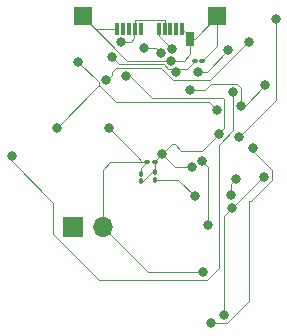
<source format=gbr>
%TF.GenerationSoftware,KiCad,Pcbnew,7.0.6*%
%TF.CreationDate,2023-07-11T14:09:12+02:00*%
%TF.ProjectId,power-output,706f7765-722d-46f7-9574-7075742e6b69,X1*%
%TF.SameCoordinates,Original*%
%TF.FileFunction,Copper,L2,Bot*%
%TF.FilePolarity,Positive*%
%FSLAX46Y46*%
G04 Gerber Fmt 4.6, Leading zero omitted, Abs format (unit mm)*
G04 Created by KiCad (PCBNEW 7.0.6) date 2023-07-11 14:09:12*
%MOMM*%
%LPD*%
G01*
G04 APERTURE LIST*
G04 Aperture macros list*
%AMRoundRect*
0 Rectangle with rounded corners*
0 $1 Rounding radius*
0 $2 $3 $4 $5 $6 $7 $8 $9 X,Y pos of 4 corners*
0 Add a 4 corners polygon primitive as box body*
4,1,4,$2,$3,$4,$5,$6,$7,$8,$9,$2,$3,0*
0 Add four circle primitives for the rounded corners*
1,1,$1+$1,$2,$3*
1,1,$1+$1,$4,$5*
1,1,$1+$1,$6,$7*
1,1,$1+$1,$8,$9*
0 Add four rect primitives between the rounded corners*
20,1,$1+$1,$2,$3,$4,$5,0*
20,1,$1+$1,$4,$5,$6,$7,0*
20,1,$1+$1,$6,$7,$8,$9,0*
20,1,$1+$1,$8,$9,$2,$3,0*%
G04 Aperture macros list end*
%TA.AperFunction,SMDPad,CuDef*%
%ADD10R,0.380000X1.000000*%
%TD*%
%TA.AperFunction,SMDPad,CuDef*%
%ADD11R,0.700000X1.150000*%
%TD*%
%TA.AperFunction,ComponentPad*%
%ADD12R,1.700000X1.700000*%
%TD*%
%TA.AperFunction,ComponentPad*%
%ADD13O,1.700000X1.700000*%
%TD*%
%TA.AperFunction,SMDPad,CuDef*%
%ADD14R,1.500000X1.500000*%
%TD*%
%TA.AperFunction,SMDPad,CuDef*%
%ADD15RoundRect,0.100000X0.100000X-0.130000X0.100000X0.130000X-0.100000X0.130000X-0.100000X-0.130000X0*%
%TD*%
%TA.AperFunction,SMDPad,CuDef*%
%ADD16RoundRect,0.100000X0.130000X0.100000X-0.130000X0.100000X-0.130000X-0.100000X0.130000X-0.100000X0*%
%TD*%
%TA.AperFunction,SMDPad,CuDef*%
%ADD17RoundRect,0.100000X-0.130000X-0.100000X0.130000X-0.100000X0.130000X0.100000X-0.130000X0.100000X0*%
%TD*%
%TA.AperFunction,ViaPad*%
%ADD18C,0.800000*%
%TD*%
%TA.AperFunction,Conductor*%
%ADD19C,0.125000*%
%TD*%
G04 APERTURE END LIST*
D10*
%TO.P,P1,B1,GND*%
%TO.N,GND*%
X142750000Y-129040000D03*
%TO.P,P1,B2*%
%TO.N,N/C*%
X142250000Y-129040000D03*
%TO.P,P1,B3*%
X141750000Y-129040000D03*
%TO.P,P1,B4,VBUS*%
%TO.N,VBUS*%
X141250000Y-129040000D03*
%TO.P,P1,B5,VCONN*%
%TO.N,/VCONN*%
X140750000Y-129040000D03*
%TO.P,P1,B8*%
%TO.N,N/C*%
X139250000Y-129040000D03*
%TO.P,P1,B9,VBUS*%
%TO.N,VBUS*%
X138750000Y-129040000D03*
%TO.P,P1,B10*%
%TO.N,N/C*%
X138250000Y-129040000D03*
%TO.P,P1,B11*%
X137750000Y-129040000D03*
%TO.P,P1,B12,GND*%
%TO.N,GND*%
X137250000Y-129040000D03*
D11*
%TO.P,P1,S1,SHIELD*%
X143420000Y-129880000D03*
%TD*%
D12*
%TO.P,J1,1,Pin_1*%
%TO.N,VBUS*%
X133470000Y-145870000D03*
D13*
%TO.P,J1,2,Pin_2*%
%TO.N,GND*%
X136010000Y-145870000D03*
%TD*%
D14*
%TO.P,TP2,1,1*%
%TO.N,GND*%
X134300000Y-128000000D03*
%TD*%
%TO.P,TP4,1,1*%
%TO.N,GND*%
X145700000Y-128000000D03*
%TD*%
D15*
%TO.P,C3,1*%
%TO.N,+3.3V*%
X139290000Y-141970000D03*
%TO.P,C3,2*%
%TO.N,GND*%
X139290000Y-141330000D03*
%TD*%
%TO.P,R2,1*%
%TO.N,/SDA*%
X140430000Y-141835000D03*
%TO.P,R2,2*%
%TO.N,+3.3V*%
X140430000Y-141195000D03*
%TD*%
D16*
%TO.P,C2,1*%
%TO.N,+3.3V*%
X140435000Y-140320000D03*
%TO.P,C2,2*%
%TO.N,GND*%
X139795000Y-140320000D03*
%TD*%
D17*
%TO.P,R1,1*%
%TO.N,/CC1*%
X143805000Y-131800000D03*
%TO.P,R1,2*%
%TO.N,GND*%
X144445000Y-131800000D03*
%TD*%
D18*
%TO.N,+3.3V*%
X143549881Y-140762790D03*
%TO.N,/SCL*%
X147310000Y-141760000D03*
X146841590Y-143156000D03*
%TO.N,GND*%
X136540191Y-137489809D03*
X141770000Y-131740000D03*
X145700000Y-128000000D03*
X134300000Y-128000000D03*
X144530000Y-149680000D03*
%TO.N,VBUS*%
X133925000Y-131820500D03*
X145650000Y-135930000D03*
X137529469Y-130138723D03*
X132120000Y-137410000D03*
%TO.N,+3.3V*%
X137976137Y-133052000D03*
X145820353Y-137950353D03*
X141011969Y-139677601D03*
X147570000Y-138176500D03*
X150670000Y-128240000D03*
%TO.N,/INT*%
X148705500Y-139167500D03*
X145180000Y-153980000D03*
%TO.N,/SDA*%
X149691394Y-141584817D03*
X146276750Y-153264111D03*
X143800000Y-143240000D03*
X146965000Y-144215000D03*
%TO.N,/CC1*%
X143367767Y-134223935D03*
X149750000Y-133840000D03*
X142213638Y-132714849D03*
X147728000Y-135560000D03*
X136830000Y-131466210D03*
%TO.N,+5V*%
X136325000Y-133415000D03*
X148362500Y-130170000D03*
%TO.N,/VCONN*%
X128295000Y-139830000D03*
X147066000Y-134366000D03*
X141869023Y-130745415D03*
X144071105Y-132699895D03*
X146627145Y-130879145D03*
%TO.N,/TXD*%
X144910000Y-145640000D03*
X144440000Y-140260000D03*
%TO.N,/D+*%
X139480000Y-130670000D03*
X140912000Y-131064000D03*
%TD*%
D19*
%TO.N,/CC1*%
X147340417Y-133703500D02*
X145198620Y-133703500D01*
%TO.N,/VCONN*%
X131830000Y-143768000D02*
X131830000Y-146455000D01*
X128295000Y-139830000D02*
X128295000Y-140233000D01*
X144804417Y-150342500D02*
X145829605Y-149317312D01*
X128295000Y-140233000D02*
X131830000Y-143768000D01*
X131830000Y-146455000D02*
X135717500Y-150342500D01*
X135717500Y-150342500D02*
X144804417Y-150342500D01*
X145829605Y-149317312D02*
X145829605Y-138877312D01*
X145829605Y-138877312D02*
X147066000Y-137640917D01*
X147066000Y-137640917D02*
X147066000Y-134366000D01*
%TO.N,/SDA*%
X149595183Y-141584817D02*
X149691394Y-141584817D01*
X146965000Y-144215000D02*
X149595183Y-141584817D01*
%TO.N,+3.3V*%
X143549881Y-140762790D02*
X142097158Y-140762790D01*
X142097158Y-140762790D02*
X141011969Y-139677601D01*
%TO.N,/INT*%
X148705500Y-139365500D02*
X150353894Y-141013894D01*
X148370000Y-152107778D02*
X146497778Y-153980000D01*
X148705500Y-139167500D02*
X148705500Y-139365500D01*
X150353894Y-141013894D02*
X150353894Y-141859234D01*
X150353894Y-141859234D02*
X148553128Y-143660000D01*
X148553128Y-143660000D02*
X148370000Y-143660000D01*
X148370000Y-143660000D02*
X148370000Y-152107778D01*
X146497778Y-153980000D02*
X145180000Y-153980000D01*
%TO.N,/SCL*%
X146841590Y-142228410D02*
X147310000Y-141760000D01*
X146841590Y-143156000D02*
X146841590Y-142228410D01*
%TO.N,VBUS*%
X138750000Y-129040000D02*
X138702500Y-129087500D01*
X138702500Y-129087500D02*
X138702500Y-129802500D01*
X138702500Y-129802500D02*
X138366277Y-130138723D01*
X138366277Y-130138723D02*
X137529469Y-130138723D01*
%TO.N,GND*%
X138040000Y-131740000D02*
X134300000Y-128000000D01*
X143420000Y-129880000D02*
X143420000Y-131200000D01*
X144445000Y-131800000D02*
X145700000Y-130545000D01*
X143420000Y-131200000D02*
X142880000Y-131740000D01*
X139290000Y-140825000D02*
X139795000Y-140320000D01*
X137226033Y-129063967D02*
X135363967Y-129063967D01*
X145700000Y-128000000D02*
X143820000Y-129880000D01*
X139795000Y-140320000D02*
X136660000Y-140320000D01*
X136010000Y-140970000D02*
X136010000Y-145870000D01*
X145700000Y-130545000D02*
X145700000Y-128000000D01*
X139290000Y-141330000D02*
X139290000Y-140825000D01*
X143420000Y-129710000D02*
X142750000Y-129040000D01*
X144530000Y-149680000D02*
X139820000Y-149680000D01*
X135363967Y-129063967D02*
X134300000Y-128000000D01*
X139820000Y-149680000D02*
X136010000Y-145870000D01*
X137250000Y-129040000D02*
X137226033Y-129063967D01*
X139795000Y-140320000D02*
X139370382Y-140320000D01*
X143820000Y-129880000D02*
X143420000Y-129880000D01*
X142880000Y-131740000D02*
X141770000Y-131740000D01*
X136660000Y-140320000D02*
X136010000Y-140970000D01*
X138890000Y-139839618D02*
X136540191Y-137489809D01*
X139370382Y-140320000D02*
X138890000Y-139839618D01*
X143420000Y-129880000D02*
X143420000Y-129710000D01*
X141770000Y-131740000D02*
X138040000Y-131740000D01*
%TO.N,VBUS*%
X141202500Y-128277500D02*
X141250000Y-128325000D01*
X137151542Y-135270000D02*
X144990000Y-135270000D01*
X135605000Y-133925000D02*
X132120000Y-137410000D01*
X138750000Y-128325000D02*
X138797500Y-128277500D01*
X138797500Y-128277500D02*
X141202500Y-128277500D01*
X135681542Y-133848458D02*
X135605000Y-133925000D01*
X135605000Y-133925000D02*
X135806542Y-133925000D01*
X144990000Y-135270000D02*
X145650000Y-135930000D01*
X135681542Y-133848458D02*
X135681542Y-133577042D01*
X141250000Y-128325000D02*
X141250000Y-129040000D01*
X135806542Y-133925000D02*
X137151542Y-135270000D01*
X135681542Y-133577042D02*
X133925000Y-131820500D01*
X138750000Y-129040000D02*
X138750000Y-128325000D01*
%TO.N,+3.3V*%
X146312500Y-135022500D02*
X146176435Y-134886435D01*
X140430000Y-140325000D02*
X140435000Y-140320000D01*
X140435000Y-140268790D02*
X141872249Y-138831541D01*
X150670000Y-135076500D02*
X147570000Y-138176500D01*
X140430000Y-141195000D02*
X140430000Y-140325000D01*
X142672854Y-139355936D02*
X142148459Y-138831541D01*
X150670000Y-128240000D02*
X150670000Y-135076500D01*
X137976137Y-133052000D02*
X138362000Y-133052000D01*
X140435000Y-140320000D02*
X140435000Y-140268790D01*
X145820353Y-137950353D02*
X146312500Y-137458206D01*
X146176435Y-134886435D02*
X140196435Y-134886435D01*
X139290000Y-141970000D02*
X139392652Y-141970000D01*
X144414770Y-139355936D02*
X145820353Y-137950353D01*
X140167652Y-141195000D02*
X140430000Y-141195000D01*
X139392652Y-141970000D02*
X140167652Y-141195000D01*
X138362000Y-133052000D02*
X140196435Y-134886435D01*
X141872249Y-138831541D02*
X142148459Y-138831541D01*
X146312500Y-137458206D02*
X146312500Y-135022500D01*
X142672854Y-139355936D02*
X144414770Y-139355936D01*
%TO.N,/SDA*%
X140430000Y-141835000D02*
X142395000Y-141835000D01*
X142395000Y-141835000D02*
X143800000Y-143240000D01*
X146276750Y-153264111D02*
X146276750Y-144903250D01*
X146276750Y-144903250D02*
X146965000Y-144215000D01*
%TO.N,/CC1*%
X147728000Y-135560000D02*
X148030000Y-135560000D01*
X144678185Y-134223935D02*
X143367767Y-134223935D01*
X141158083Y-132065000D02*
X141563083Y-132470000D01*
X141563083Y-132470000D02*
X141660000Y-132470000D01*
X143805000Y-131800000D02*
X143135000Y-132470000D01*
X141968789Y-132470000D02*
X141660000Y-132470000D01*
X143135000Y-132470000D02*
X141660000Y-132470000D01*
X147728000Y-135560000D02*
X147728000Y-134091083D01*
X142213638Y-132714849D02*
X141968789Y-132470000D01*
X147728000Y-134091083D02*
X147340417Y-133703500D01*
X137428790Y-132065000D02*
X141158083Y-132065000D01*
X145198620Y-133703500D02*
X144678185Y-134223935D01*
X136830000Y-131466210D02*
X137428790Y-132065000D01*
X148030000Y-135560000D02*
X149750000Y-133840000D01*
%TO.N,+5V*%
X145065151Y-133377349D02*
X141939221Y-133377349D01*
X148362500Y-130170000D02*
X148272500Y-130170000D01*
X148272500Y-130170000D02*
X145065151Y-133377349D01*
X140951872Y-132390000D02*
X137130000Y-132390000D01*
X136800140Y-132939860D02*
X136325000Y-133415000D01*
X137130000Y-132390000D02*
X136800140Y-132719860D01*
X141939221Y-133377349D02*
X140951872Y-132390000D01*
X136800140Y-132719860D02*
X136800140Y-132939860D01*
%TO.N,/VCONN*%
X140750000Y-129626392D02*
X140750000Y-129040000D01*
X141869023Y-130745415D02*
X140750000Y-129626392D01*
X144806395Y-132699895D02*
X144071105Y-132699895D01*
X146627145Y-130879145D02*
X144806395Y-132699895D01*
%TO.N,/TXD*%
X144910000Y-140730000D02*
X144440000Y-140260000D01*
X144910000Y-145640000D02*
X144910000Y-140730000D01*
%TO.N,/D+*%
X140518000Y-130670000D02*
X139480000Y-130670000D01*
X140912000Y-131064000D02*
X140518000Y-130670000D01*
%TD*%
M02*

</source>
